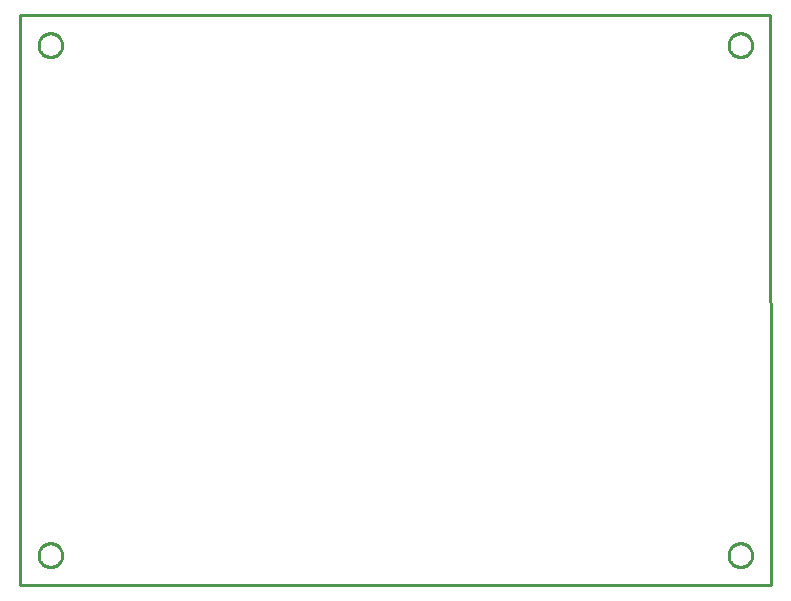
<source format=gbr>
G04 EAGLE Gerber RS-274X export*
G75*
%MOMM*%
%FSLAX34Y34*%
%LPD*%
%IN*%
%IPPOS*%
%AMOC8*
5,1,8,0,0,1.08239X$1,22.5*%
G01*
%ADD10C,0.254000*%


D10*
X0Y0D02*
X635200Y0D01*
X635000Y482600D01*
X0Y482600D01*
X0Y0D01*
X35400Y456763D02*
X35324Y455894D01*
X35172Y455034D01*
X34946Y454190D01*
X34648Y453370D01*
X34279Y452578D01*
X33842Y451822D01*
X33341Y451107D01*
X32780Y450438D01*
X32162Y449820D01*
X31493Y449259D01*
X30778Y448758D01*
X30022Y448321D01*
X29230Y447952D01*
X28410Y447654D01*
X27566Y447428D01*
X26707Y447276D01*
X25837Y447200D01*
X24963Y447200D01*
X24094Y447276D01*
X23234Y447428D01*
X22390Y447654D01*
X21570Y447952D01*
X20778Y448321D01*
X20022Y448758D01*
X19307Y449259D01*
X18638Y449820D01*
X18020Y450438D01*
X17459Y451107D01*
X16958Y451822D01*
X16521Y452578D01*
X16152Y453370D01*
X15854Y454190D01*
X15628Y455034D01*
X15476Y455894D01*
X15400Y456763D01*
X15400Y457637D01*
X15476Y458507D01*
X15628Y459366D01*
X15854Y460210D01*
X16152Y461030D01*
X16521Y461822D01*
X16958Y462578D01*
X17459Y463293D01*
X18020Y463962D01*
X18638Y464580D01*
X19307Y465141D01*
X20022Y465642D01*
X20778Y466079D01*
X21570Y466448D01*
X22390Y466746D01*
X23234Y466972D01*
X24094Y467124D01*
X24963Y467200D01*
X25837Y467200D01*
X26707Y467124D01*
X27566Y466972D01*
X28410Y466746D01*
X29230Y466448D01*
X30022Y466079D01*
X30778Y465642D01*
X31493Y465141D01*
X32162Y464580D01*
X32780Y463962D01*
X33341Y463293D01*
X33842Y462578D01*
X34279Y461822D01*
X34648Y461030D01*
X34946Y460210D01*
X35172Y459366D01*
X35324Y458507D01*
X35400Y457637D01*
X35400Y456763D01*
X35400Y24963D02*
X35324Y24094D01*
X35172Y23234D01*
X34946Y22390D01*
X34648Y21570D01*
X34279Y20778D01*
X33842Y20022D01*
X33341Y19307D01*
X32780Y18638D01*
X32162Y18020D01*
X31493Y17459D01*
X30778Y16958D01*
X30022Y16521D01*
X29230Y16152D01*
X28410Y15854D01*
X27566Y15628D01*
X26707Y15476D01*
X25837Y15400D01*
X24963Y15400D01*
X24094Y15476D01*
X23234Y15628D01*
X22390Y15854D01*
X21570Y16152D01*
X20778Y16521D01*
X20022Y16958D01*
X19307Y17459D01*
X18638Y18020D01*
X18020Y18638D01*
X17459Y19307D01*
X16958Y20022D01*
X16521Y20778D01*
X16152Y21570D01*
X15854Y22390D01*
X15628Y23234D01*
X15476Y24094D01*
X15400Y24963D01*
X15400Y25837D01*
X15476Y26707D01*
X15628Y27566D01*
X15854Y28410D01*
X16152Y29230D01*
X16521Y30022D01*
X16958Y30778D01*
X17459Y31493D01*
X18020Y32162D01*
X18638Y32780D01*
X19307Y33341D01*
X20022Y33842D01*
X20778Y34279D01*
X21570Y34648D01*
X22390Y34946D01*
X23234Y35172D01*
X24094Y35324D01*
X24963Y35400D01*
X25837Y35400D01*
X26707Y35324D01*
X27566Y35172D01*
X28410Y34946D01*
X29230Y34648D01*
X30022Y34279D01*
X30778Y33842D01*
X31493Y33341D01*
X32162Y32780D01*
X32780Y32162D01*
X33341Y31493D01*
X33842Y30778D01*
X34279Y30022D01*
X34648Y29230D01*
X34946Y28410D01*
X35172Y27566D01*
X35324Y26707D01*
X35400Y25837D01*
X35400Y24963D01*
X619600Y456763D02*
X619524Y455894D01*
X619372Y455034D01*
X619146Y454190D01*
X618848Y453370D01*
X618479Y452578D01*
X618042Y451822D01*
X617541Y451107D01*
X616980Y450438D01*
X616362Y449820D01*
X615693Y449259D01*
X614978Y448758D01*
X614222Y448321D01*
X613430Y447952D01*
X612610Y447654D01*
X611766Y447428D01*
X610907Y447276D01*
X610037Y447200D01*
X609163Y447200D01*
X608294Y447276D01*
X607434Y447428D01*
X606590Y447654D01*
X605770Y447952D01*
X604978Y448321D01*
X604222Y448758D01*
X603507Y449259D01*
X602838Y449820D01*
X602220Y450438D01*
X601659Y451107D01*
X601158Y451822D01*
X600721Y452578D01*
X600352Y453370D01*
X600054Y454190D01*
X599828Y455034D01*
X599676Y455894D01*
X599600Y456763D01*
X599600Y457637D01*
X599676Y458507D01*
X599828Y459366D01*
X600054Y460210D01*
X600352Y461030D01*
X600721Y461822D01*
X601158Y462578D01*
X601659Y463293D01*
X602220Y463962D01*
X602838Y464580D01*
X603507Y465141D01*
X604222Y465642D01*
X604978Y466079D01*
X605770Y466448D01*
X606590Y466746D01*
X607434Y466972D01*
X608294Y467124D01*
X609163Y467200D01*
X610037Y467200D01*
X610907Y467124D01*
X611766Y466972D01*
X612610Y466746D01*
X613430Y466448D01*
X614222Y466079D01*
X614978Y465642D01*
X615693Y465141D01*
X616362Y464580D01*
X616980Y463962D01*
X617541Y463293D01*
X618042Y462578D01*
X618479Y461822D01*
X618848Y461030D01*
X619146Y460210D01*
X619372Y459366D01*
X619524Y458507D01*
X619600Y457637D01*
X619600Y456763D01*
X619600Y24963D02*
X619524Y24094D01*
X619372Y23234D01*
X619146Y22390D01*
X618848Y21570D01*
X618479Y20778D01*
X618042Y20022D01*
X617541Y19307D01*
X616980Y18638D01*
X616362Y18020D01*
X615693Y17459D01*
X614978Y16958D01*
X614222Y16521D01*
X613430Y16152D01*
X612610Y15854D01*
X611766Y15628D01*
X610907Y15476D01*
X610037Y15400D01*
X609163Y15400D01*
X608294Y15476D01*
X607434Y15628D01*
X606590Y15854D01*
X605770Y16152D01*
X604978Y16521D01*
X604222Y16958D01*
X603507Y17459D01*
X602838Y18020D01*
X602220Y18638D01*
X601659Y19307D01*
X601158Y20022D01*
X600721Y20778D01*
X600352Y21570D01*
X600054Y22390D01*
X599828Y23234D01*
X599676Y24094D01*
X599600Y24963D01*
X599600Y25837D01*
X599676Y26707D01*
X599828Y27566D01*
X600054Y28410D01*
X600352Y29230D01*
X600721Y30022D01*
X601158Y30778D01*
X601659Y31493D01*
X602220Y32162D01*
X602838Y32780D01*
X603507Y33341D01*
X604222Y33842D01*
X604978Y34279D01*
X605770Y34648D01*
X606590Y34946D01*
X607434Y35172D01*
X608294Y35324D01*
X609163Y35400D01*
X610037Y35400D01*
X610907Y35324D01*
X611766Y35172D01*
X612610Y34946D01*
X613430Y34648D01*
X614222Y34279D01*
X614978Y33842D01*
X615693Y33341D01*
X616362Y32780D01*
X616980Y32162D01*
X617541Y31493D01*
X618042Y30778D01*
X618479Y30022D01*
X618848Y29230D01*
X619146Y28410D01*
X619372Y27566D01*
X619524Y26707D01*
X619600Y25837D01*
X619600Y24963D01*
M02*

</source>
